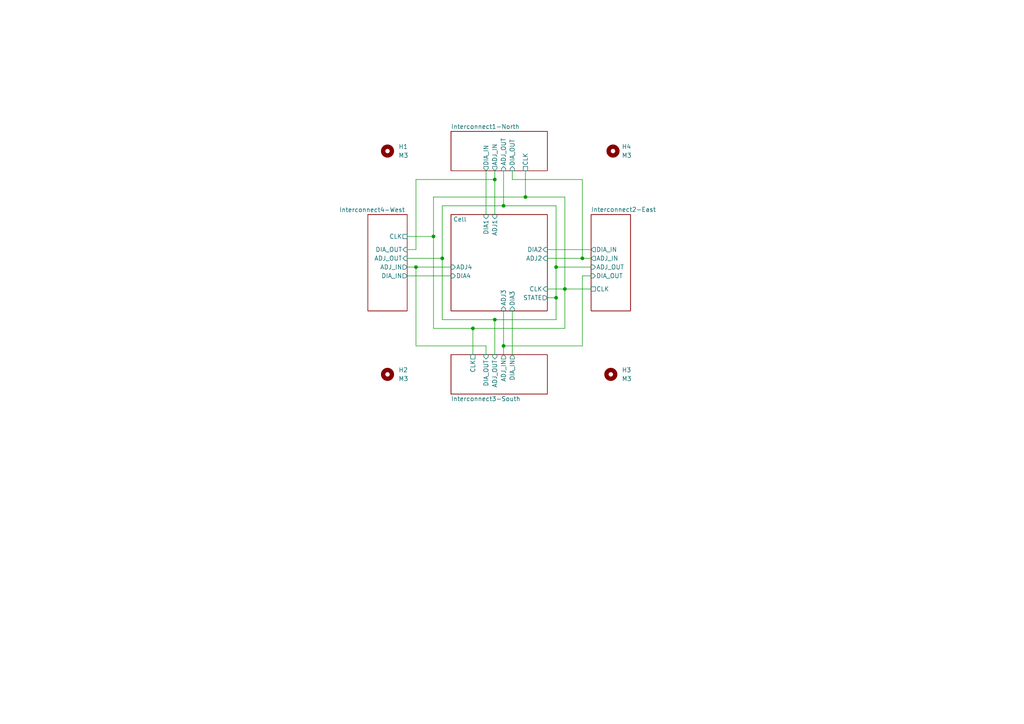
<source format=kicad_sch>
(kicad_sch (version 20211123) (generator eeschema)
  (paper "A4")
  (lib_symbols
    (symbol "Mechanical:MountingHole" (pin_names (offset 1.016))
      (property "Reference" "H" (at 0 5.08 0))
      (property "Value" "MountingHole" (at 0 3.175 0))
      (symbol "MountingHole_0_1"
        (circle (center 0 0) (radius 1.27) (stroke (width 1.27)))
      )
    )
  )
  (junction (at 161.29 86.36))
  (junction (at 128.27 74.93))
  (junction (at 125.73 68.58))
  (junction (at 146.05 59.69))
  (junction (at 137.16 95.25))
  (junction (at 163.83 83.82))
  (junction (at 161.29 77.47))
  (junction (at 143.51 92.71))
  (junction (at 168.91 74.93))
  (junction (at 152.4 57.15))
  (junction (at 120.65 77.47))
  (junction (at 146.05 100.33))
  (junction (at 143.51 52.07))
  (wire (pts (xy 143.51 49.53) (xy 143.51 52.07)))
  (wire (pts (xy 125.73 68.58) (xy 125.73 57.15)))
  (wire (pts (xy 120.65 72.39) (xy 118.11 72.39)))
  (wire (pts (xy 146.05 59.69) (xy 161.29 59.69)))
  (wire (pts (xy 120.65 100.33) (xy 140.97 100.33)))
  (wire (pts (xy 143.51 92.71) (xy 128.27 92.71)))
  (wire (pts (xy 128.27 59.69) (xy 146.05 59.69)))
  (wire (pts (xy 146.05 90.17) (xy 146.05 100.33)))
  (wire (pts (xy 137.16 95.25) (xy 125.73 95.25)))
  (wire (pts (xy 118.11 77.47) (xy 120.65 77.47)))
  (wire (pts (xy 137.16 95.25) (xy 137.16 102.87)))
  (wire (pts (xy 128.27 74.93) (xy 128.27 59.69)))
  (wire (pts (xy 118.11 74.93) (xy 128.27 74.93)))
  (wire (pts (xy 118.11 80.01) (xy 130.81 80.01)))
  (wire (pts (xy 120.65 77.47) (xy 130.81 77.47)))
  (wire (pts (xy 143.51 52.07) (xy 143.51 62.23)))
  (wire (pts (xy 125.73 95.25) (xy 125.73 68.58)))
  (wire (pts (xy 163.83 83.82) (xy 163.83 95.25)))
  (wire (pts (xy 168.91 74.93) (xy 168.91 52.07)))
  (wire (pts (xy 158.75 86.36) (xy 161.29 86.36)))
  (wire (pts (xy 163.83 83.82) (xy 171.45 83.82)))
  (wire (pts (xy 161.29 92.71) (xy 143.51 92.71)))
  (wire (pts (xy 158.75 83.82) (xy 163.83 83.82)))
  (wire (pts (xy 143.51 52.07) (xy 120.65 52.07)))
  (wire (pts (xy 168.91 80.01) (xy 171.45 80.01)))
  (wire (pts (xy 148.59 52.07) (xy 148.59 49.53)))
  (wire (pts (xy 140.97 49.53) (xy 140.97 62.23)))
  (wire (pts (xy 146.05 49.53) (xy 146.05 59.69)))
  (wire (pts (xy 161.29 86.36) (xy 161.29 92.71)))
  (wire (pts (xy 163.83 95.25) (xy 137.16 95.25)))
  (wire (pts (xy 152.4 57.15) (xy 163.83 57.15)))
  (wire (pts (xy 125.73 57.15) (xy 152.4 57.15)))
  (wire (pts (xy 120.65 52.07) (xy 120.65 72.39)))
  (wire (pts (xy 161.29 77.47) (xy 171.45 77.47)))
  (wire (pts (xy 168.91 74.93) (xy 171.45 74.93)))
  (wire (pts (xy 118.11 68.58) (xy 125.73 68.58)))
  (wire (pts (xy 140.97 100.33) (xy 140.97 102.87)))
  (wire (pts (xy 146.05 100.33) (xy 168.91 100.33)))
  (wire (pts (xy 161.29 59.69) (xy 161.29 77.47)))
  (wire (pts (xy 128.27 92.71) (xy 128.27 74.93)))
  (wire (pts (xy 146.05 100.33) (xy 146.05 102.87)))
  (wire (pts (xy 168.91 52.07) (xy 148.59 52.07)))
  (wire (pts (xy 120.65 77.47) (xy 120.65 100.33)))
  (wire (pts (xy 158.75 72.39) (xy 171.45 72.39)))
  (wire (pts (xy 143.51 92.71) (xy 143.51 102.87)))
  (wire (pts (xy 152.4 49.53) (xy 152.4 57.15)))
  (wire (pts (xy 161.29 77.47) (xy 161.29 86.36)))
  (wire (pts (xy 163.83 57.15) (xy 163.83 83.82)))
  (wire (pts (xy 168.91 100.33) (xy 168.91 80.01)))
  (wire (pts (xy 158.75 74.93) (xy 168.91 74.93)))
  (wire (pts (xy 148.59 90.17) (xy 148.59 102.87)))
  (symbol (lib_id "Mechanical:MountingHole") (at 112.395 43.815 0) (unit 1)
    (property "Reference" "H1" (at 115.57 42.5449 0) (effects (justify left)))
    (property "Value" "M3" (at 115.57 45.0849 0) (effects (justify left)))
    (property "Footprint" "MountingHole:MountingHole_3.2mm_M3_Pad" (effects hide))
  )
  (symbol (lib_id "Mechanical:MountingHole") (at 177.165 108.585 0) (unit 1)
    (property "Reference" "H3" (at 180.34 107.3149 0) (effects (justify left)))
    (property "Value" "M3" (at 180.34 109.8549 0) (effects (justify left)))
    (property "Footprint" "MountingHole:MountingHole_3.2mm_M3_Pad" (effects hide))
  )
  (symbol (lib_id "Mechanical:MountingHole") (at 177.8 43.815 0) (unit 1)
    (property "Reference" "H4" (at 180.34 42.5449 0) (effects (justify left)))
    (property "Value" "M3" (at 180.34 45.0849 0) (effects (justify left)))
    (property "Footprint" "MountingHole:MountingHole_3.2mm_M3_Pad" (effects hide))
  )
  (symbol (lib_id "Mechanical:MountingHole") (at 112.395 108.585 0) (unit 1)
    (property "Reference" "H2" (at 115.57 107.3149 0) (effects (justify left)))
    (property "Value" "M3" (at 115.57 109.8549 0) (effects (justify left)))
    (property "Footprint" "MountingHole:MountingHole_3.2mm_M3_Pad" (effects hide))
  )
  (sheet (at 130.81 38.1) (size 27.94 11.43) (stroke (width 0.1524))
    (property "Sheet name" "Interconnect1-North" (at 130.81 37.465 0) (effects (justify left bottom)))
    (property "Sheet file" "Interconnect.kicad_sch" (effects hide))
    (pin "ADJ_IN" output (at 143.51 49.53 270))
    (pin "DIA_IN" output (at 140.97 49.53 270))
    (pin "ADJ_OUT" input (at 146.05 49.53 270))
    (pin "DIA_OUT" input (at 148.59 49.53 270))
    (pin "CLK" passive (at 152.4 49.53 270))
  )
  (sheet (at 171.45 62.23) (size 11.43 27.94) (stroke (width 0.1524))
    (property "Sheet name" "Interconnect2-East" (at 171.45 61.5184 0) (effects (justify left bottom)))
    (property "Sheet file" "Interconnect.kicad_sch" (effects hide))
    (pin "ADJ_IN" output (at 171.45 74.93 180))
    (pin "DIA_IN" output (at 171.45 72.39 180))
    (pin "ADJ_OUT" input (at 171.45 77.47 180))
    (pin "DIA_OUT" input (at 171.45 80.01 180))
    (pin "CLK" passive (at 171.45 83.82 180))
  )
  (sheet (at 106.68 62.23) (size 11.43 27.94) (stroke (width 0.1524))
    (property "Sheet name" "Interconnect4-West" (at 117.475 61.595 0) (effects (justify right bottom)))
    (property "Sheet file" "Interconnect.kicad_sch" (effects hide))
    (pin "ADJ_IN" output (at 118.11 77.47 0))
    (pin "DIA_IN" output (at 118.11 80.01 0))
    (pin "ADJ_OUT" input (at 118.11 74.93 0))
    (pin "DIA_OUT" input (at 118.11 72.39 0))
    (pin "CLK" passive (at 118.11 68.58 0))
  )
  (sheet (at 130.81 62.23) (size 27.94 27.94) (stroke (width 0.1524))
    (property "Sheet name" "Cell" (at 131.445 62.865 0) (effects (justify left top)))
    (property "Sheet file" "Cell.kicad_sch" (effects hide))
    (pin "DIA1" input (at 140.97 62.23 90))
    (pin "DIA3" input (at 148.59 90.17 270))
    (pin "ADJ2" input (at 158.75 74.93 0))
    (pin "ADJ1" input (at 143.51 62.23 90))
    (pin "ADJ3" input (at 146.05 90.17 270))
    (pin "DIA2" input (at 158.75 72.39 0))
    (pin "DIA4" input (at 130.81 80.01 180))
    (pin "CLK" input (at 158.75 83.82 0))
    (pin "STATE" output (at 158.75 86.36 0))
    (pin "ADJ4" input (at 130.81 77.47 180))
  )
  (sheet (at 130.81 102.87) (size 27.94 11.43) (stroke (width 0.1524))
    (property "Sheet name" "Interconnect3-South" (at 130.81 114.935 0) (effects (justify left top)))
    (property "Sheet file" "Interconnect.kicad_sch" (effects hide))
    (pin "ADJ_IN" output (at 146.05 102.87 90))
    (pin "DIA_IN" output (at 148.59 102.87 90))
    (pin "ADJ_OUT" input (at 143.51 102.87 90))
    (pin "DIA_OUT" input (at 140.97 102.87 90))
    (pin "CLK" passive (at 137.16 102.87 90))
  )
)
</source>
